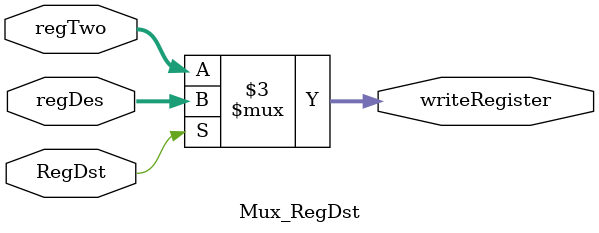
<source format=v>
`timescale 1ns / 1ps

module Mux_RegDst (
    input RegDst,
    input [1:0] regTwo,
    input [1:0] regDes,
    output reg [1:0] writeRegister
	 );
	 
	 always@(RegDst or regDes or regTwo) begin
		if(RegDst) writeRegister<=regDes;
		else writeRegister<=regTwo;
	 end 
    
endmodule

</source>
